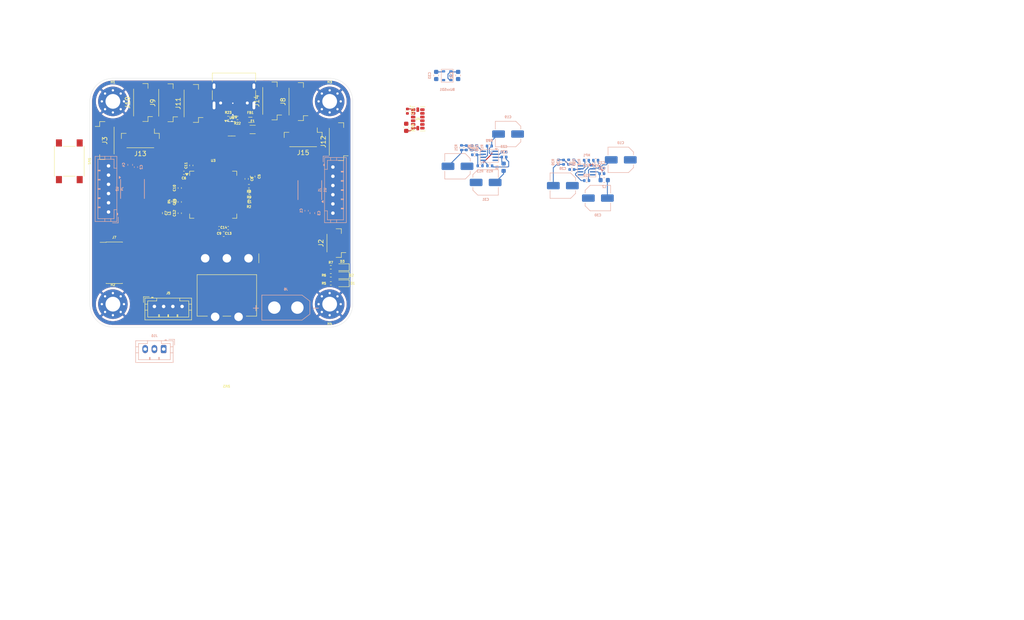
<source format=kicad_pcb>
(kicad_pcb (version 20241229) (generator "pcbnew") (generator_version "9.0")
  (layers (0 "F.Cu" signal) (4 "In1.Cu" signal) (6 "In2.Cu" signal) (2 "B.Cu" signal) (13 "F.Paste" user) (15 "B.Paste" user) (5 "F.SilkS" user "F.Silkscreen") (7 "B.SilkS" user "B.Silkscreen") (1 "F.Mask" user) (3 "B.Mask" user) (25 "Edge.Cuts" user))
  (net 0 "")
  (net 1 "+3.3V")
  (net 2 "GND")
  (net 3 "+5V")
  (net 4 "NRST")
  (net 5 "ADC1_IN2")
  (net 6 "VBUS")
  (net 7 "SDA TOF")
  (net 8 "SCL TOF")
  (net 9 "XSHUT_1")
  (net 10 "XSHUT_2")
  (net 11 "XSHUT_4")
  (net 12 "XSHUT_5")
  (net 13 "Encodeur_B_Phase_1")
  (net 14 "Moteur - 1")
  (net 15 "Moteur + 1")
  (net 16 "Encodeur_A_Phase_1")
  (net 17 "XSHUT_7")
  (net 18 "XSHUT_8")
  (net 19 "SWCLK")
  (net 20 "SWDIO")
  (net 21 "UART_Debug_RX")
  (net 22 "UART_Debug_TX")
  (net 23 "XSHUT_3")
  (net 24 "XSHUT_6")
  (net 25 "Lidar Output ")
  (net 26 "PWM_LED1")
  (net 27 "UART_mp3_RX")
  (net 28 "UART_mp3_TX")
  (net 29 "UART_HC05_RX")
  (net 30 "UART_HC05_TX")
  (net 31 "Encodeur_A_Phase_2")
  (net 32 "Moteur - 2")
  (net 33 "Moteur + 2")
  (net 34 "Encodeur_B_Phase_2")
  (net 36 "Accel SDA")
  (net 37 "Accel SCL")
  (net 38 "INT 1")
  (net 39 "PWM FWD 2")
  (net 40 "PWM FWD 1")
  (net 41 "PWM REV 1")
  (net 42 "PWM REV 2")
  (net 43 "INT 2")
  (net 44 "USB_DM")
  (net 45 "USB_DP")
  (net 46 "D-")
  (net 47 "D+")
  (net 49 "Net-(MP1-VCC)")
  (net 50 "Net-(MP2-VCC)")
  (net 51 "Net-(MP1-SW)")
  (net 52 "Net-(C26-Pad1)")
  (net 53 "Net-(MP2-SW)")
  (net 54 "Net-(C27-Pad1)")
  (net 55 "Net-(D1-A)")
  (net 56 "Net-(D2-A)")
  (net 57 "Net-(D3-A)")
  (net 58 "Net-(F1-Pad1)")
  (net 64 "Net-(MP1-BST)")
  (net 65 "Net-(MP1-FB)")
  (net 66 "Net-(MP2-BST)")
  (net 67 "Net-(MP2-FB)")
  (net 77 "+7.4V")
  (net 78 "Net-(C24-Pad1)")
  (net 79 "Net-(C25-Pad1)")
  (net 83 "Net-(J6-Pin_2)")
  (net 85 "Net-(J26-CC1)")
  (net 86 "Net-(J26-CC2)")
  (net 88 "Net-(MP1-EN{slash}SYNC)")
  (net 89 "PG_51")
  (net 90 "Net-(MP2-EN{slash}SYNC)")
  (net 91 "PG_52")
  (net 92 "INT_1")
  (net 93 "INT_4")
  (net 94 "INT_7")
  (net 95 "INT_2")
  (net 96 "INT_5")
  (net 97 "INT_8")
  (net 98 "INT_3")
  (net 99 "INT_6")
  (footprint "Connector_JST:JST_SH_BM06B-SRSS-TB_1x06-1MP_P1.00mm_Vertical" (layer "F.Cu") (at 125.25 58.825 180)
    (property "Reference" "J15")
    (property "Value" "Conn_01x06")
  )
  (footprint "Capacitor_SMD:C_0402_1005Metric" (layer "F.Cu") (at 98.5 75.27 90)
    (property "Reference" "C12")
    (property "Value" "100n")
  )
  (footprint "Capacitor_SMD:C_0402_1005Metric" (layer "F.Cu") (at 101 64.9 90)
    (property "Reference" "C11")
    (property "Value" "100n")
  )
  (footprint "Connector_JST:JST_SH_BM06B-SRSS-TB_1x06-1MP_P1.00mm_Vertical" (layer "F.Cu") (at 101.45 51.45 90)
    (property "Reference" "J11")
    (property "Value" "Conn_01x06")
  )
  (footprint "Resistor_SMD:R_0402_1005Metric" (layer "F.Cu") (at 109 54.6)
    (property "Reference" "R23")
    (property "Value" "5k1")
  )
  (footprint "Régu:SW_Wurth_WS-TOTV_472123020421" (layer "F.Cu") (at 113.40975 85.05 180)
    (property "Reference" "SW2")
    (property "Value" "472121010111" (hide yes))
  )
  (footprint "Capacitor_SMD:C_0603_1608Metric" (layer "F.Cu") (at 97 75.225 90)
    (property "Reference" "C7")
    (property "Value" "1u")
  )
  (footprint "Capacitor_SMD:C_0603_1608Metric" (layer "F.Cu") (at 147.6 56.625 -90)
    (property "Reference" "C16")
    (property "Value" "1u")
  )
  (footprint "MountingHole:MountingHole_3.2mm_M3_Pad_Via" (layer "F.Cu") (at 131 95)
    (property "Reference" "H4")
    (property "Value" "MountingHole_Pad")
  )
  (footprint "Connector_USB:USB_C_Receptacle_HRO_TYPE-C-31-M-12" (layer "F.Cu") (at 110.25 48.75 180)
    (property "Reference" "J26")
    (property "Value" "USB_C_Receptacle_USB2.0_16P")
  )
  (footprint "LED_SMD:LED_0603_1608Metric" (layer "F.Cu") (at 133.75 86.98 180)
    (property "Reference" "D3")
    (property "Value" "LED")
  )
  (footprint "Resistor_SMD:R_0402_1005Metric" (layer "F.Cu") (at 113.53 70.5 180)
    (property "Reference" "R9")
    (property "Value" "1k")
  )
  (footprint "Connector_JST:JST_SH_BM06B-SRSS-TB_1x06-1MP_P1.00mm_Vertical" (layer "F.Cu") (at 95.95 51.3 90)
    (property "Reference" "J9")
    (property "Value" "Conn_01x06")
  )
  (footprint "Connector_JST:JST_PH_B4B-PH-K_1x04_P2.00mm_Vertical" (layer "F.Cu") (at 93 95.5)
    (property "Reference" "J5")
    (property "Value" "Conn_01x04")
  )
  (footprint "Connector_JST:JST_SH_BM06B-SRSS-TB_1x06-1MP_P1.00mm_Vertical" (layer "F.Cu") (at 82.25 59.5 -90)
    (property "Reference" "J3")
    (property "Value" "Conn_01x06")
  )
  (footprint "MountingHole:MountingHole_3.2mm_M3_Pad_Via" (layer "F.Cu") (at 84 95)
    (property "Reference" "H2")
    (property "Value" "MountingHole_Pad")
  )
  (footprint "Capacitor_SMD:C_0402_1005Metric" (layer "F.Cu") (at 107.02 78.5 180)
    (property "Reference" "C9")
    (property "Value" "100n")
  )
  (footprint "LED_SMD:LED_0603_1608Metric" (layer "F.Cu") (at 133.75 90.48 180)
    (property "Reference" "D1")
    (property "Value" "LED")
  )
  (footprint "MountingHole:MountingHole_3.2mm_M3_Pad_Via" (layer "F.Cu") (at 131 51)
    (property "Reference" "H3")
    (property "Value" "MountingHole_Pad")
  )
  (footprint "Resistor_SMD:R_0402_1005Metric" (layer "F.Cu") (at 131.25 88.74)
    (property "Reference" "R6")
    (property "Value" "1k65")
  )
  (footprint "Resistor_SMD:R_0402_1005Metric" (layer "F.Cu") (at 113.5 69.4 180)
    (property "Reference" "R8")
    (property "Value" "1k")
  )
  (footprint "MountingHole:MountingHole_3.2mm_M3_Pad_Via" (layer "F.Cu") (at 84 51)
    (property "Reference" "H1")
    (property "Value" "MountingHole_Pad")
  )
  (footprint "Capacitor_SMD:C_0402_1005Metric" (layer "F.Cu") (at 113 67.82 -90)
    (property "Reference" "C8")
    (property "Value" "100n")
  )
  (footprint "Resistor_SMD:R_0402_1005Metric" (layer "F.Cu") (at 113.6 71.6 180)
    (property "Reference" "R1")
    (property "Value" "1k")
  )
  (footprint "Connector_JST:JST_SH_BM06B-SRSS-TB_1x06-1MP_P1.00mm_Vertical" (layer "F.Cu") (at 124.2 51.05 90)
    (property "Reference" "J8")
    (property "Value" "Conn_01x06")
  )
  (footprint "Connector_JST:JST_SH_BM06B-SRSS-TB_1x06-1MP_P1.00mm_Vertical" (layer "F.Cu") (at 132.925 59.75 90)
    (property "Reference" "J12")
    (property "Value" "Conn_01x06")
  )
  (footprint "Package_TO_SOT_SMD:SOT-23-6" (layer "F.Cu") (at 109.7625 56.95)
    (property "Reference" "U5")
    (property "Value" "USBLC6-2SC6")
  )
  (footprint "Inductor_SMD:L_0603_1608Metric" (layer "F.Cu") (at 95.25 75.25 90)
    (property "Reference" "L1")
    (property "Value" "39n")
  )
  (footprint "Connector_JST:JST_SH_BM06B-SRSS-TB_1x06-1MP_P1.00mm_Vertical" (layer "F.Cu") (at 89.95 59.05 180)
    (property "Reference" "J13")
    (property "Value" "Conn_01x06")
  )
  (footprint "Connector_PinHeader_1.27mm:PinHeader_2x07_P1.27mm_Vertical_SMD" (layer "F.Cu") (at 84.3 86.02)
    (property "Reference" "J7")
    (property "Value" "Conn_ST_STDC14")
  )
  (footprint "Package_QFP:LQFP-64_10x10mm_P0.5mm" (layer "F.Cu") (at 105.75 71.25)
    (property "Reference" "U3")
    (property "Value" "STM32G474RETx")
  )
  (footprint "Capacitor_SMD:C_0402_1005Metric" (layer "F.Cu") (at 98.5 72.82 90)
    (property "Reference" "C15")
    (property "Value" "100n")
  )
  (footprint "Inductor_SMD:L_0805_2012Metric" (layer "F.Cu") (at 113.8 55)
    (property "Reference" "FB1")
    (property "Value" "600 @ 100MHz")
  )
  (footprint "Resistor_SMD:R_0402_1005Metric" (layer "F.Cu") (at 97.4 72.72 90)
    (property "Reference" "R4")
    (property "Value" "10k")
  )
  (footprint "Régu:SW_SPST" (layer "F.Cu") (at 74.7 64 -90)
    (property "Reference" "SW1")
    (property "Value" "SW_SPST")
  )
  (footprint "Resistor_SMD:R_0402_1005Metric" (layer "F.Cu") (at 96.35 72.71 -90)
    (property "Reference" "R3")
    (property "Value" "18k")
  )
  (footprint "Connector_JST:JST_SH_BM06B-SRSS-TB_1x06-1MP_P1.00mm_Vertical" (layer "F.Cu") (at 118.5 50.9 90)
    (property "Reference" "J14")
    (property "Value" "Conn_01x06")
  )
  (footprint "Resistor_SMD:R_0402_1005Metric" (layer "F.Cu") (at 113.5 72.7 180)
    (property "Reference" "R2")
    (property "Value" "1k")
  )
  (footprint "Fuse:Fuse_1206_3216Metric" (layer "F.Cu") (at 114.3 57.1)
    (property "Reference" "F1")
    (property "Value" "250mA")
  )
  (footprint "Resistor_SMD:R_0402_1005Metric" (layer "F.Cu") (at 131.25 90.48)
    (property "Reference" "R5")
    (property "Value" "2k9")
  )
  (footprint "Capacitor_SMD:C_0603_1608Metric" (layer "F.Cu") (at 114.3 67.3 -90)
    (property "Reference" "C5")
    (property "Value" "4u7")
  )
  (footprint "Capacitor_SMD:C_0402_1005Metric" (layer "F.Cu") (at 98.5 69.8 90)
    (property "Reference" "C10")
    (property "Value" "100n")
  )
  (footprint "Capacitor_SMD:C_0402_1005Metric" (layer "F.Cu") (at 147.85 53.13 -90)
    (property "Reference" "C17")
    (property "Value" "0.1u")
  )
  (footprint "Resistor_SMD:R_0402_1005Metric" (layer "F.Cu") (at 131.25 87)
    (property "Reference" "R7")
    (property "Value" "800")
  )
  (footprint "Capacitor_SMD:C_0603_1608Metric" (layer "F.Cu") (at 108.025 79.8)
    (property "Reference" "C14")
    (property "Value" "1u")
  )
  (footprint "Capacitor_SMD:C_0402_1005Metric" (layer "F.Cu") (at 99.4 66.5 180)
    (property "Reference" "C6")
    (property "Value" "100n")
  )
  (footprint "LED_SMD:LED_0603_1608Metric" (layer "F.Cu") (at 133.75 88.73 180)
    (property "Reference" "D2")
    (property "Value" "LED")
  )
  (footprint "Resistor_SMD:R_0402_1005Metric" (layer "F.Cu") (at 111 54.6 180)
    (property "Reference" "R22")
    (property "Value" "5k1")
  )
  (footprint "Connector_JST:JST_SH_BM06B-SRSS-TB_1x06-1MP_P1.00mm_Vertical" (layer "F.Cu") (at 90.5 51.25 90)
    (property "Reference" "J10")
    (property "Value" "Conn_01x06")
  )
  (footprint "Package_LGA:LGA-14_3x5mm_P0.8mm_LayoutBorder1x6y" (layer "F.Cu") (at 150.1 54.8)
    (property "Reference" "U4")
    (property "Value" "ADXL343")
  )
  (footprint "Connector_JST:JST_SH_BM04B-SRSS-TB_1x04-1MP_P1.00mm_Vertical" (layer "F.Cu") (at 132.425 81.75 90)
    (property "Reference" "J2")
    (property "Value" "Conn_01x04")
  )
  (footprint "Capacitor_SMD:C_0402_1005Metric" (layer "F.Cu") (at 109 78.5 180)
    (property "Reference" "C13")
    (property "Value" "10n")
  )
  (footprint "Capacitor_SMD:C_0402_1005Metric" (layer "B.Cu") (at 160.635 61.065 -90)
    (property "Reference" "C27")
    (property "Value" "15p")
  )
  (footprint "Capacitor_SMD:C_0402_1005Metric" (layer "B.Cu") (at 190.015 66.685 180)
    (property "Reference" "C24")
    (property "Value" "0.1u")
  )
  (footprint "Connector_AMASS:AMASS_XT30U-M_1x02_P5.0mm_Vertical" (layer "B.Cu") (at 124 95.75 180)
    (property "Reference" "J6")
    (property "Value" "Conn_01x02")
  )
  (footprint "Capacitor_SMD:C_0402_1005Metric" (layer "B.Cu") (at 89 65.27 90)
    (property "Reference" "C2")
    (property "Value" "100n")
  )
  (footprint "Resistor_SMD:R_0402_1005Metric" (layer "B.Cu") (at 180.615 64.195 -90)
    (property "Reference" "R20")
    (property "Value" "40.2k")
  )
  (footprint "Resistor_SMD:R_0402_1005Metric" (layer "B.Cu") (at 162.865 61.075 90)
    (property "Reference" "R17")
    (property "Value" "16k")
  )
  (footprint "Resistor_SMD:R_0402_1005Metric" (layer "B.Cu") (at 163.615 64.985)
    (property "Reference" "R13")
    (property "Value" "100k")
  )
  (footprint "Capacitor_SMD:C_0603_1608Metric" (layer "B.Cu") (at 154.1 45.375 -90)
    (property "Reference" "C33")
    (property "Value" "1u")
  )
  (footprint "Capacitor_SMD:C_0402_1005Metric" (layer "B.Cu") (at 168.795 61.985 180)
    (property "Reference" "C23")
    (property "Value" "0.1u")
  )
  (footprint "Capacitor_SMD:C_0603_1608Metric" (layer "B.Cu") (at 158.85 45.375 -90)
    (property "Reference" "C32")
    (property "Value" "1u")
  )
  (footprint "Capacitor_SMD:C_Elec_5x5.4" (layer "B.Cu") (at 164.815 68.585)
    (property "Reference" "C31")
    (property "Value" "22u")
  )
  (footprint "Capacitor_SMD:C_0402_1005Metric" (layer "B.Cu") (at 189.995 65.485 180)
    (property "Reference" "C22")
    (property "Value" "0.1u")
  )
  (footprint "Inductor_SMD:L_0603_1608Metric" (layer "B.Cu") (at 168.715 65.285 -90)
    (property "Reference" "L3")
    (property "Value" "4.7u")
  )
  (footprint "Connector_JST:JST_PH_B6B-PH-K_1x06_P2.00mm_Vertical" (layer "B.Cu") (at 83.05 75 90)
    (property "Reference" "J4")
    (property "Value" "Conn_01x06")
  )
  (footprint "Package_SO:Diodes_SO-8EP" (layer "B.Cu") (at 126.7 70.25 90)
    (property "Reference" "U1")
    (property "Value" "ZXBM5210-SP")
  )
  (footprint "Capacitor_SMD:C_Elec_5x5.4" (layer "B.Cu") (at 181.5525 69.285 180)
    (property "Reference" "C28")
    (property "Value" "22u")
  )
  (footprint "Régu:TSOT23-8" (layer "B.Cu") (at 165.615 62.835 180)
    (property "Reference" "MP2")
    (property "Value" "~")
  )
  (footprint "Capacitor_SMD:C_0402_1005Metric" (layer "B.Cu") (at 126 74.73 -90)
    (property "Reference" "C1")
    (property "Value" "100n")
  )
  (footprint "Resistor_SMD:R_0402_1005Metric" (layer "B.Cu") (at 186.6775 63.785)
    (property "Reference" "R12")
    (property "Value" "100k")
  )
  (footprint "Capacitor_SMD:C_0603_1608Metric" (layer "B.Cu") (at 127.25 75.25 90)
    (property "Reference" "C3")
    (property "Value" "4.7u")
  )
  (footprint "Capacitor_SMD:C_Elec_5x5.4" (layer "B.Cu") (at 169.6775 58.085 180)
    (property "Reference" "C19")
    (property "Value" "22u")
  )
  (footprint "Resistor_SMD:R_0402_1005Metric" (layer "B.Cu") (at 186.715 68.185 180)
    (property "Reference" "R10")
    (property "Value" "100k")
  )
  (footprint "Connector_JST:JST_PH_B6B-PH-K_1x06_P2.00mm_Vertical" (layer "B.Cu") (at 131.7 65.25 -90)
    (property "Reference" "J1")
    (property "Value" "Conn_01x06")
  )
  (footprint "Capacitor_SMD:C_0402_1005Metric" (layer "B.Cu") (at 183.515 65.785 180)
    (property "Reference" "C20")
    (property "Value" "0.1u")
  )
  (footprint "Resistor_SMD:R_0402_1005Metric" (layer "B.Cu") (at 165.625 60.685 180)
    (property "Reference" "R11")
    (property "Value" "100k")
  )
  (footprint "Inductor_SMD:L_0603_1608Metric" (layer "B.Cu") (at 190.5275 68.085)
    (property "Reference" "L2")
    (property "Value" "4.7u")
  )
  (footprint "Régu:SSOP5_BUxxSD5" (layer "B.Cu") (at 156.4925 45.43 180)
    (property "Reference" "BUxxSD1")
    (property "Value" "~")
  )
  (footprint "Capacitor_SMD:C_Elec_5x5.4" (layer "B.Cu") (at 158.715 65.085 180)
    (property "Reference" "C29")
    (property "Value" "22u")
  )
  (footprint "Capacitor_SMD:C_0402_1005Metric" (layer "B.Cu") (at 162.415 62.585 180)
    (property "Reference" "C21")
    (property "Value" "0.1u")
  )
  (footprint "Resistor_SMD:R_0402_1005Metric" (layer "B.Cu") (at 165.715 64.985)
    (property "Reference" "R15")
    (property "Value" "20")
  )
  (footprint "Resistor_SMD:R_0402_1005Metric" (layer "B.Cu") (at 188.6775 63.785)
    (property "Reference" "R14")
    (property "Value" "20")
  )
  (footprint "Capacitor_SMD:C_Elec_5x5.4" (layer "B.Cu") (at 194.115 63.685 180)
    (property "Reference" "C18")
    (property "Value" "22u")
  )
  (footprint "Resistor_SMD:R_0402_1005Metric" (layer "B.Cu") (at 159.585 61.055 -90)
    (property "Reference" "R21")
    (property "Value" "40.2k")
  )
  (footprint "Capacitor_SMD:C_0603_1608Metric" (layer "B.Cu") (at 87.75 64.775 -90)
    (property "Reference" "C4")
    (property "Value" "4.7u")
  )
  (footprint "Capacitor_SMD:C_Elec_5x5.4" (layer "B.Cu") (at 189.1525 71.985)
    (property "Reference" "C30")
    (property "Value" "22u")
  )
  (footprint "Resistor_SMD:R_0402_1005Metric" (layer "B.Cu") (at 183.9275 64.185 90)
    (property "Reference" "R16")
    (property "Value" "16k")
  )
  (footprint "Package_SO:Diodes_SO-8EP" (layer "B.Cu") (at 88.25 70 -90)
    (property "Reference" "U2")
    (property "Value" "ZXBM5210-SP")
  )
  (footprint "Régu:TSOT23-8" (layer "B.Cu") (at 186.7275 65.985 180)
    (property "Reference" "MP1")
    (property "Value" "~")
  )
  (footprint "Resistor_SMD:R_0402_1005Metric" (layer "B.Cu") (at 182.815 64.185 90)
    (property "Reference" "R18")
    (property "Value" "7.68k")
  )
  (footprint "Connector_JST:JST_PH_B3B-PH-K_1x03_P2.00mm_Vertical" (layer "B.Cu") (at 95 104.75 180)
    (property "Reference" "J16")
    (property "Value" "Conn_01x03")
  )
  (footprint "Resistor_SMD:R_0402_1005Metric" (layer "B.Cu") (at 161.815 61.075 90)
    (property "Reference" "R19")
    (property "Value" "7.68k")
  )
  (footprint "Capacitor_SMD:C_0402_1005Metric" (layer "B.Cu") (at 181.715 64.195 -90)
    (property "Reference" "C26")
    (property "Value" "15p")
  )
  (footprint "Capacitor_SMD:C_0402_1005Metric" (layer "B.Cu") (at 168.795 63.085 180)
    (property "Reference" "C25")
    (property "Value" "0.1u")
  )
  (gr_line (start 79 51) (end 79 95) (stroke (width 0.05)) (layer "Edge.Cuts"))
  (gr_line (start 84 46) (end 131 46) (stroke (width 0.05)) (layer "Edge.Cuts"))
  (gr_line (start 131 100) (end 84 100) (stroke (width 0.05)) (layer "Edge.Cuts"))
  (gr_line (start 136 51) (end 136 95) (stroke (width 0.05)) (layer "Edge.Cuts"))
  (gr_arc (start 136 95) (mid 134.535534 98.535534) (end 131 100) (stroke (width 0.05)) (layer "Edge.Cuts"))
  (gr_arc (start 131 46) (mid 134.535534 47.464466) (end 136 51) (stroke (width 0.05)) (layer "Edge.Cuts"))
  (gr_arc (start 84 100) (mid 80.464466 98.535534) (end 79 95) (stroke (width 0.05)) (layer "Edge.Cuts"))
  (gr_arc (start 79 51) (mid 80.464466 47.464466) (end 84 46) (stroke (width 0.05)) (layer "Edge.Cuts"))
  (segment (start 107.5 78.5) (end 108.8 79.8) (width 0.2) (layer "F.Cu") (net 1))
  (segment (start 109.5 78.48) (end 109.48 78.5) (width 0.2) (layer "F.Cu") (net 1))
  (segment (start 148.95 52.65) (end 149.1 52.8) (width 0.2) (layer "F.Cu") (net 1))
  (segment (start 112.84 67.5) (end 113 67.34) (width 0.2) (layer "F.Cu") (net 1))
  (segment (start 99.88 67.305) (end 100.075 67.5) (width 0.2) (layer "F.Cu") (net 1))
  (segment (start 147.85 52.65) (end 148.95 52.65) (width 0.2) (layer "F.Cu") (net 1))
  (segment (start 149.1 56.8) (end 150.1 56.8) (width 0.2) (layer "F.Cu") (net 1))
  (segment (start 108 76.925) (end 107.5 76.925) (width 0.2) (layer "F.Cu") (net 1))
  (segment (start 99.88 66.5) (end 101 65.38) (width 0.2) (layer "F.Cu") (net 1))
  (segment (start 109.48 78.5) (end 109.48 79.12) (width 0.2) (layer "F.Cu") (net 1))
  (segment (start 148.5 57.4) (end 149.1 56.8) (width 0.2) (layer "F.Cu") (net 1))
  (segment (start 95.25 76.0375) (end 95.25 74.4625) (width 0.2) (layer "F.Cu") (net 1))
  (segment (start 147.6 57.4) (end 148.5 57.4) (width 0.2) (layer "F.Cu") (net 1))
  (segment (start 101.805 65.38) (end 102 65.575) (width 0.2) (layer "F.Cu") (net 1))
  (segment (start 98.5 75.75) (end 97.25 75.75) (width 0.2) (layer "F.Cu") (net 1))
  (segment (start 99.88 66.5) (end 99.88 67.305) (width 0.2) (layer "F.Cu") (net 1))
  (segment (start 101 65.38) (end 101.805 65.38) (width 0.2) (layer "F.Cu") (net 1))
  (segment (start 109.5 76.925) (end 109.5 78.48) (width 0.2) (layer "F.Cu") (net 1))
  (segment (start 95.2875 76) (end 95.25 76.0375) (width 0.2) (layer "F.Cu") (net 1))
  (segment (start 109.48 79.12) (end 108.8 79.8) (width 0.2) (layer "F.Cu") (net 1))
  (segment (start 97.25 75.75) (end 97 76) (width 0.2) (layer "F.Cu") (net 1))
  (segment (start 113.485 67.34) (end 114.3 66.525) (width 0.2) (layer "F.Cu") (net 1))
  (segment (start 111.425 67.5) (end 112.84 67.5) (width 0.2) (layer "F.Cu") (net 1))
  (segment (start 113 67.34) (end 113.485 67.34) (width 0.2) (layer "F.Cu") (net 1))
  (segment (start 97 76) (end 95.2875 76) (width 0.2) (layer "F.Cu") (net 1))
  (segment (start 100.075 75) (end 99.25 75) (width 0.2) (layer "F.Cu") (net 1))
  (segment (start 99.25 75) (end 98.5 75.75) (width 0.2) (layer "F.Cu") (net 1))
  (segment (start 107.5 76.925) (end 107.5 78.5) (width 0.2) (layer "F.Cu") (net 1))
  (segment (start 155.5725 44.6) (end 155.6925 44.48) (width 0.2) (layer "B.Cu") (net 1))
  (segment (start 154.1 44.6) (end 155.5725 44.6) (width 0.2) (layer "B.Cu") (net 1))
  (segment (start 106.54 79.09) (end 107.25 79.8) (width 0.2) (layer "F.Cu") (net 2))
  (segment (start 98.37 72.21) (end 98.5 72.34) (width 0.2) (layer "F.Cu") (net 2))
  (segment (start 98.5 74.79) (end 97.34 74.79) (width 0.2) (layer "F.Cu") (net 2))
  (segment (start 97.4 72.21) (end 98.37 72.21) (width 0.2) (layer "F.Cu") (net 2))
  (segment (start 106.54 78.5) (end 106.54 79.09) (width 0.2) (layer "F.Cu") (net 2))
  (segment (start 107 76.925) (end 107 78.04) (width 0.2) (layer "F.Cu") (net 2))
  (segment (start 108.52 78.5) (end 109 78.02) (width 0.2) (layer "F.Cu") (net 2))
  (segment (start 107 78.04) (end 106.54 78.5) (width 0.2) (layer "F.Cu") (net 2))
  (segment (start 110.49 54.6) (end 109.51 54.6) (width 0.2) (layer "F.Cu") (net 2))
  (segment (start 109 78.02) (end 109 76.925) (width 0.2) (layer "F.Cu") (net 2))
  (segment (start 100.075 74.5) (end 98.79 74.5) (width 0.2) (layer "F.Cu") (net 2))
  (segment (start 98.79 74.5) (end 98.5 74.79) (width 0.2) (layer "F.Cu") (net 2))
  (segment (start 97.34 74.79) (end 97 74.45) (width 0.2) (layer "F.Cu") (net 2))
  (segment (start 159.585 61.565) (end 159.585 62.1525) (width 0.2) (layer "B.Cu") (net 3))
  (segment (start 168.715 66.0725) (end 168.715 66.7475) (width 0.2) (layer "B.Cu") (net 3))
  (segment (start 191.215 71.985) (end 191.215 68.185) (width 0.2) (layer "B.Cu") (net 3))
  (segment (start 160.635 61.545) (end 159.605 61.545) (width 0.2) (layer "B.Cu") (net 3))
  (segment (start 156.6415 45.109664) (end 156.6415 45.98016) (width 0.2) (layer "B.Cu") (net 3))
  (segment (start 180.645 64.675) (end 180.615 64.705) (width 0.2) (layer "B.Cu") (net 3))
  (segment (start 156.6415 45.98016) (end 157.04134 46.38) (width 0.2) (layer "B.Cu") (net 3))
  (segment (start 157.04134 46.38) (end 157.2925 46.38) (width 0.2) (layer "B.Cu") (net 3))
  (segment (start 159.605 61.545) (end 159.585 61.565) (width 0.2) (layer "B.Cu") (net 3))
  (segment (start 168.715 66.7475) (end 166.8775 68.585) (width 0.2) (layer "B.Cu") (net 3))
  (segment (start 191.215 68.185) (end 191.315 68.085) (width 0.2) (layer "B.Cu") (net 3))
  (segment (start 157.271164 44.48) (end 156.6415 45.109664) (width 0.2) (layer "B.Cu") (net 3))
  (segment (start 157.2925 44.48) (end 157.271164 44.48) (width 0.2) (layer "B.Cu") (net 3))
  (segment (start 180.615 64.705) (end 180.195 64.705) (width 0.2) (layer "B.Cu") (net 3))
  (segment (start 179.49 65.41) (end 179.49 69.285) (width 0.2) (layer "B.Cu") (net 3))
  (segment (start 157.4125 44.6) (end 157.2925 44.48) (width 0.2) (layer "B.Cu") (net 3))
  (segment (start 180.195 64.705) (end 179.49 65.41) (width 0.2) (layer "B.Cu") (net 3))
  (segment (start 181.715 64.675) (end 180.645 64.675) (width 0.2) (layer "B.Cu") (net 3))
  (segment (start 159.585 62.1525) (end 156.6525 65.085) (width 0.2) (layer "B.Cu") (net 3))
  (segment (start 158.85 44.6) (end 157.4125 44.6) (width 0.2) (layer "B.Cu") (net 3))
  (segment (start 98.5 70.28) (end 98.72 70.5) (width 0.2) (layer "F.Cu") (net 4))
  (segment (start 98.72 70.5) (end 100.075 70.5) (width 0.2) (layer "F.Cu") (net 4))
  (segment (start 96.35 73.22) (end 97.39 73.22) (width 0.2) (layer "F.Cu") (net 5))
  (segment (start 98.5 73.3) (end 98.7 73.5) (width 0.2) (layer "F.Cu") (net 5))
  (segment (start 98.7 73.5) (end 100.075 73.5) (width 0.2) (layer "F.Cu") (net 5))
  (segment (start 98.43 73.23) (end 98.5 73.3) (width 0.2) (layer "F.Cu") (net 5))
  (segment (start 97.39 73.22) (end 97.4 73.23) (width 0.2) (layer "F.Cu") (net 5))
  (segment (start 97.4 73.23) (end 98.43 73.23) (width 0.2) (layer "F.Cu") (net 5))
  (segment (start 112.7375 52.8325) (end 112.7 52.795) (width 0.2) (layer "F.Cu") (net 6))
  (segment (start 111.974 56.326) (end 111.35 56.95) (width 0.2) (layer "F.Cu") (net 6))
  (segment (start 109.218 50.6) (end 111.2 50.6) (width 0.2) (layer "F.Cu") (net 6))
  (segment (start 111.2 50.6) (end 112.7 52.1) (width 0.2) (layer "F.Cu") (net 6))
  (segment (start 112.7375 55) (end 111.974 55.7635) (width 0.2) (layer "F.Cu") (net 6))
  (segment (start 107.8 52.795) (end 107.8 52.018) (width 0.2) (layer "F.Cu") (net 6))
  (segment (start 111.974 55.7635) (end 111.974 56.326) (width 0.2) (layer "F.Cu") (net 6))
  (segment (start 111.35 56.95) (end 110.9 56.95) (width 0.2) (layer "F.Cu") (net 6))
  (segment (start 112.7 52.1) (end 112.7 52.795) (width 0.2) (layer "F.Cu") (net 6))
  (segment (start 112.7375 55) (end 112.7375 52.8325) (width 0.2) (layer "F.Cu") (net 6))
  (segment (start 107.8 52.018) (end 109.218 50.6) (width 0.2) (layer "F.Cu") (net 6))
  (segment (start 112.39 70) (end 111.425 70) (width 0.2) (layer "F.Cu") (net 7))
  (segment (start 112.99 69.4) (end 112.39 70) (width 0.2) (layer "F.Cu") (net 7))
  (segment (start 113.02 70.5) (end 111.425 70.5) (width 0.2) (layer "F.Cu") (net 8))
  (segment (start 111.425 71) (end 112.49 71) (width 0.2) (layer "F.Cu") (net 36))
  (segment (start 112.49 71) (end 113.09 71.6) (width 0.2) (layer "F.Cu") (net 36))
  (segment (start 111.425 71.5) (end 112.233824 71.5) (width 0.2) (layer "F.Cu") (net 37))
  (segment (start 112.233824 71.5) (end 112.519 71.785176) (width 0.2) (layer "F.Cu") (net 37))
  (segment (start 112.519 71.785176) (end 112.519 72.229) (width 0.2) (layer "F.Cu") (net 37))
  (segment (start 112.519 72.229) (end 112.99 72.7) (width 0.2) (layer "F.Cu") (net 37))
  (segment (start 110 53.9) (end 110 52.795) (width 0.2) (layer "F.Cu") (net 46))
  (segment (start 110 53.9) (end 110.872 53.9) (width 0.2) (layer "F.Cu") (net 46))
  (segment (start 111 53.772) (end 111 52.795) (width 0.2) (layer "F.Cu") (net 46))
  (segment (start 108.625 55.558677) (end 108.926877 55.2568) (width 0.2) (layer "F.Cu") (net 46))
  (segment (start 108.625 56) (end 108.625 55.558677) (width 0.2) (layer "F.Cu") (net 46))
  (segment (start 110.872 53.9) (end 111 53.772) (width 0.2) (layer "F.Cu") (net 46))
  (via (at 110 53.9) (size 0.45) (drill 0.3) (layers "F.Cu" "B.Cu") (net 46))
  (via (at 108.926877 55.2568) (size 0.45) (drill 0.3) (layers "F.Cu" "B.Cu") (net 46))
  (segment (start 108.926877 55.2568) (end 108.926877 54.973123) (width 0.2) (layer "B.Cu") (net 46))
  (segment (start 108.926877 54.973123) (end 110 53.9) (width 0.2) (layer "B.Cu") (net 46))
  (segment (start 110 51.4) (end 109.5 51.9) (width 0.2) (layer "F.Cu") (net 47))
  (segment (start 109.5 51.9) (end 109.5 52.795) (width 0.2) (layer "F.Cu") (net 47))
  (segment (start 109.287499 57.9) (end 109.805684 57.381815) (width 0.2) (layer "F.Cu") (net 47))
  (segment (start 109.805684 57.381815) (end 109.805684 55.323214) (width 0.2) (layer "F.Cu") (net 47))
  (segment (start 110.5 51.825) (end 110.5 52.795) (width 0.2) (layer "F.Cu") (net 47))
  (segment (start 110 51.4) (end 110.075 51.4) (width 0.2) (layer "F.Cu") (net 47))
  (segment (start 108.625 57.9) (end 109.287499 57.9) (width 0.2) (layer "F.Cu") (net 47))
  (segment (start 110.075 51.4) (end 110.5 51.825) (width 0.2) (layer "F.Cu") (net 47))
  (via (at 109.805684 55.323214) (size 0.45) (drill 0.3) (layers "F.Cu" "B.Cu") (net 47))
  (via (at 110 51.4) (size 0.45) (drill 0.3) (layers "F.Cu" "B.Cu") (net 47))
  (segment (start 110.6 54.528898) (end 109.805684 55.323214) (width 0.2) (layer "B.Cu") (net 47))
  (segment (start 110.6 51.925) (end 110.6 54.528898) (width 0.2) (layer "B.Cu") (net 47))
  (segment (start 110 51.4) (end 110.075 51.4) (width 0.2) (layer "B.Cu") (net 47))
  (segment (start 110.075 51.4) (end 110.6 51.925) (width 0.2) (layer "B.Cu") (net 47))
  (segment (start 183.995 65.785) (end 185.2775 65.785) (width 0.2) (layer "B.Cu") (net 49))
  (segment (start 185.4275 65.635) (end 185.928066 65.635) (width 0.2) (layer "B.Cu") (net 49))
  (segment (start 185.2775 65.785) (end 185.4275 65.635) (width 0.2) (layer "B.Cu") (net 49))
  (segment (start 186.3285 63.946) (end 186.1675 63.785) (width 0.2) (layer "B.Cu") (net 49))
  (segment (start 186.3285 65.234566) (end 186.3285 63.946) (width 0.2) (layer "B.Cu") (net 49))
  (segment (start 185.928066 65.635) (end 186.3285 65.234566) (width 0.2) (layer "B.Cu") (net 49))
  (segment (start 163.105 62.795) (end 162.895 62.585) (width 0.2) (layer "B.Cu") (net 50))
  (segment (start 163.105 64.985) (end 163.105 62.795) (width 0.2) (layer "B.Cu") (net 50))
  (segment (start 164.215 62.585) (end 164.315 62.485) (width 0.2) (layer "B.Cu") (net 50))
  (segment (start 162.895 62.585) (end 164.215 62.585) (width 0.2) (layer "B.Cu") (net 50))
  (segment (start 189.135 66.285) (end 189.535 66.685) (width 0.2) (layer "B.Cu") (net 51))
  (segment (start 189.535 67.88) (end 189.74 68.085) (width 0.2) (layer "B.Cu") (net 51))
  (segment (start 189.535 66.685) (end 189.535 67.88) (width 0.2) (layer "B.Cu") (net 51))
  (segment (start 188.0275 66.285) (end 189.135 66.285) (width 0.2) (layer "B.Cu") (net 51))
  (segment (start 181.685 63.685) (end 181.715 63.715) (width 0.2) (layer "B.Cu") (net 52))
  (segment (start 181.835 63.715) (end 182.815 64.695) (width 0.2) (layer "B.Cu") (net 52))
  (segment (start 182.815 64.695) (end 183.9275 64.695) (width 0.2) (layer "B.Cu") (net 52))
  (segment (start 180.615 63.685) (end 181.685 63.685) (width 0.2) (layer "B.Cu") (net 52))
  (segment (start 181.715 63.715) (end 181.835 63.715) (width 0.2) (layer "B.Cu") (net 52))
  (segment (start 166.915 63.135) (end 168.265 63.135) (width 0.2) (layer "B.Cu") (net 53))
  (segment (start 168.315 64.0975) (end 168.715 64.4975) (width 0.2) (layer "B.Cu") (net 53))
  (segment (start 168.315 63.085) (end 168.315 64.0975) (width 0.2) (layer "B.Cu") (net 53))
  (segment (start 168.265 63.135) (end 168.315 63.085) (width 0.2) (layer "B.Cu") (net 53))
  (segment (start 160.635 60.585) (end 159.625 60.585) (width 0.2) (layer "B.Cu") (net 54))
  (segment (start 161.815 61.585) (end 161.635 61.585) (width 0.2) (layer "B.Cu") (net 54))
  (segment (start 162.865 61.585) (end 161.815 61.585) (width 0.2) (layer "B.Cu") (net 54))
  (segment (start 159.625 60.585) (end 159.585 60.545) (width 0.2) (layer "B.Cu") (net 54))
  (segment (start 161.635 61.585) (end 160.635 60.585) (width 0.2) (layer "B.Cu") (net 54))
  (segment (start 112.9 56.9625) (end 114.8625 55) (width 0.2) (layer "F.Cu") (net 58))
  (segment (start 112.9 57.1) (end 112.9 56.9625) (width 0.2) (layer "F.Cu") (net 58))
  (segment (start 187.012306 64.78441) (end 187.94059 64.78441) (width 0.2) (layer "F.Cu") (net 64))
  (segment (start 187.94059 64.78441) (end 188.315 64.41) (width 0.2) (layer "F.Cu") (net 64))
  (via (at 188.315 64.41) (size 0.45) (drill 0.3) (layers "F.Cu" "B.Cu") (net 64))
  (via (at 187.012306 64.78441) (size 0.45) (drill 0.3) (layers "F.Cu" "B.Cu") (net 64))
  (segment (start 188.315 63.9325) (end 188.1675 63.785) (width 0.2) (layer "B.Cu") (net 64))
  (segment (start 185.4275 66.935) (end 185.928066 66.935) (width 0.2) (layer "B.Cu") (net 64))
  (segment (start 186.3285 66.035434) (end 187.012306 65.351628) (width 0.2) (layer "B.Cu") (net 64))
  (segment (start 187.012306 65.351628) (end 187.012306 64.78441) (width 0.2) (layer "B.Cu") (net 64))
  (segment (start 186.3285 66.534566) (end 186.3285 66.035434) (width 0.2) (layer "B.Cu") (net 64))
  (segment (start 188.315 64.41) (end 188.315 63.9325) (width 0.2) (layer "B.Cu") (net 64))
  (segment (start 185.928066 66.935) (end 186.3285 66.534566) (width 0.2) (layer "B.Cu") (net 64))
  (segment (start 183.9275 63.675) (end 184.1175 63.675) (width 0.2) (layer "B.Cu") (net 65))
  (segment (start 184.1175 63.675) (end 185.4275 64.985) (width 0.2) (layer "B.Cu") (net 65))
  (segment (start 165.205 64.985) (end 165.205 64.675) (width 0.2) (layer "B.Cu") (net 66))
  (segment (start 165.205 64.675) (end 164.315 63.785) (width 0.2) (layer "B.Cu") (net 66))
  (segment (start 164.135 61.835) (end 162.865 60.565) (width 0.2) (layer "B.Cu") (net 67))
  (segment (start 164.315 61.835) (end 164.135 61.835) (width 0.2) (layer "B.Cu") (net 67))
  (segment (start 188.1775 65.485) (end 188.0275 65.635) (width 0.2) (layer "B.Cu") (net 77))
  (segment (start 126 74.25) (end 126 72.8125) (width 0.2) (layer "B.Cu") (net 77))
  (segment (start 165.617 62.208749) (end 165.893251 62.485) (width 0.2) (layer "B.Cu") (net 77))
  (segment (start 166.135 60.685) (end 166.135 59.565) (width 0.2) (layer "B.Cu") (net 77))
  (segment (start 189.515 65.485) (end 190.215 64.785) (width 0.2) (layer "B.Cu") (net 77))
  (segment (start 87.75 67.3675) (end 87.615 67.5025) (width 0.2) (layer "B.Cu") (net 77))
  (segment (start 187.427501 65.635) (end 187.1265 65.936001) (width 0.2) (layer "B.Cu") (net 77))
  (segment (start 188.0275 65.635) (end 187.427501 65.635) (width 0.2) (layer "B.Cu") (net 77))
  (segment (start 165.893251 62.485) (end 166.915 62.485) (width 0.2) (layer "B.Cu") (net 77))
  (segment (start 187.1265 65.936001) (end 187.1265 68.0865) (width 0.2) (layer "B.Cu") (net 77))
  (segment (start 89 67.3875) (end 88.885 67.5025) (width 0.2) (layer "B.Cu") (net 77))
  (segment (start 166.915 62.485) (end 167.815 62.485) (width 0.2) (layer "B.Cu") (net 77))
  (segment (start 167.815 62.485) (end 168.315 61.985) (width 0.2) (layer "B.Cu") (net 77))
  (segment (start 190.215 64.785) (end 190.9525 64.785) (width 0.2) (layer "B.Cu") (net 77))
  (segment (start 166.135 60.685) (end 165.617 61.203) (width 0.2) (layer "B.Cu") (net 77))
  (segment (start 89 65.75) (end 89 67.3875) (width 0.2) (layer "B.Cu") (net 77))
  (segment (start 126 72.8125) (end 126.065 72.7475) (width 0.2) (layer "B.Cu") (net 77))
  (segment (start 187.1265 68.0865) (end 187.225 68.185) (width 0.2) (layer "B.Cu") (net 77))
  (segment (start 166.135 59.565) (end 167.615 58.085) (width 0.2) (layer "B.Cu") (net 77))
  (segment (start 165.617 61.203) (end 165.617 62.208749) (width 0.2) (layer "B.Cu") (net 77))
  (segment (start 127.25 72.8325) (end 127.335 72.7475) (width 0.2) (layer "B.Cu") (net 77))
  (segment (start 190.9525 64.785) (end 192.0525 63.685) (width 0.2) (layer "B.Cu") (net 77))
  (segment (start 87.75 65.55) (end 87.75 67.3675) (width 0.2) (layer "B.Cu") (net 77))
  (segment (start 127.25 74.475) (end 127.25 72.8325) (width 0.2) (layer "B.Cu") (net 77))
  (segment (start 189.515 65.485) (end 188.1775 65.485) (width 0.2) (layer "B.Cu") (net 77))
  (segment (start 189.561268 65.46906) (end 189.561268 64.696268) (width 0.2) (layer "F.Cu") (net 78))
  (segment (start 190.312111 66.219903) (end 189.561268 65.46906) (width 0.2) (layer "F.Cu") (net 78))
  (via (at 190.312111 66.219903) (size 0.45) (drill 0.3) (layers "F.Cu" "B.Cu") (net 78))
  (via (at 189.561268 64.696268) (size 0.45) (drill 0.3) (layers "F.Cu" "B.Cu") (net 78))
  (segment (start 189.1875 63.785) (end 189.1875 64.3225) (width 0.2) (layer "B.Cu") (net 78))
  (segment (start 190.312111 66.219903) (end 190.312111 66.502111) (width 0.2) (layer "B.Cu") (net 78))
  (segment (start 189.1875 64.3225) (end 189.561268 64.696268) (width 0.2) (layer "B.Cu") (net 78))
  (segment (start 190.312111 66.502111) (end 190.495 66.685) (width 0.2) (layer "B.Cu") (net 78))
  (segment (start 169.815 64.085) (end 169.275 63.545) (width 0.2) (layer "B.Cu") (net 79))
  (segment (start 169.275 63.545) (end 169.275 63.085) (width 0.2) (layer "B.Cu") (net 79))
  (segment (start 169.664 65.236) (end 169.815 65.085) (width 0.2) (layer "B.Cu") (net 79))
  (segment (start 169.815 65.085) (end 169.815 64.085) (width 0.2) (layer "B.Cu") (net 79))
  (segment (start 166.476 65.236) (end 169.664 65.236) (width 0.2) (layer "B.Cu") (net 79))
  (segment (start 166.225 64.985) (end 166.476 65.236) (width 0.2) (layer "B.Cu") (net 79))
  (segment (start 111.51 54.6) (end 111.51 52.805) (width 0.2) (layer "F.Cu") (net 85))
  (segment (start 111.51 52.805) (end 111.5 52.795) (width 0.2) (layer "F.Cu") (net 85))
  (segment (start 108.49 54.6) (end 108.49 52.805) (width 0.2) (layer "F.Cu") (net 86))
  (segment (start 108.49 52.805) (end 108.5 52.795) (width 0.2) (layer "F.Cu") (net 86))
  (segment (start 184.315 66.973066) (end 184.315 66.685) (width 0.2) (layer "B.Cu") (net 88))
  (segment (start 186.205 68.185) (end 185.526934 68.185) (width 0.2) (layer "B.Cu") (net 88))
  (segment (start 184.715 66.285) (end 185.4275 66.285) (width 0.2) (layer "B.Cu") (net 88))
  (segment (start 185.526934 68.185) (end 184.315 66.973066) (width 0.2) (layer "B.Cu") (net 88))
  (segment (start 184.315 66.685) (end 184.715 66.285) (width 0.2) (layer "B.Cu") (net 88))
  (segment (start 187.1875 64.145) (end 188.0275 64.985) (width 0.2) (layer "B.Cu") (net 89))
  (segment (start 187.1875 63.785) (end 187.1875 64.145) (width 0.2) (layer "B.Cu") (net 89))
  (segment (start 165.216 62.734566) (end 164.815566 63.135) (width 0.2) (layer "B.Cu") (net 90))
  (segment (start 164.815566 63.135) (end 164.315 63.135) (width 0.2) (layer "B.Cu") (net 90))
  (segment (start 165.216 60.786) (end 165.216 62.734566) (width 0.2) (layer "B.Cu") (net 90))
  (segment (start 165.115 60.685) (end 165.216 60.786) (width 0.2) (layer "B.Cu") (net 90))
  (segment (start 166.141999 61.96) (end 166.141999 62.433001) (width 0.2) (layer "F.Cu") (net 91))
  (segment (start 166.141999 62.433001) (end 164.181268 64.393732) (width 0.2) (layer "F.Cu") (net 91))
  (via (at 166.141999 61.96) (size 0.45) (drill 0.3) (layers "F.Cu" "B.Cu") (net 91))
  (via (at 164.181268 64.393732) (size 0.45) (drill 0.3) (layers "F.Cu" "B.Cu") (net 91))
  (segment (start 166.266999 61.835) (end 166.141999 61.96) (width 0.2) (layer "B.Cu") (net 91))
  (segment (start 164.181268 64.393732) (end 164.181268 64.928732) (width 0.2) (layer "B.Cu") (net 91))
  (segment (start 166.915 61.835) (end 166.266999 61.835) (width 0.2) (layer "B.Cu") (net 91))
  (segment (start 164.181268 64.928732) (end 164.125 64.985) (width 0.2) (layer "B.Cu") (net 91))
  (zone (net 2) (net_name "GND") (layers "F.Cu" "B.Cu" "In1.Cu") (connect_pads (clearance 0.5)) (min_thickness 0.25) (fill yes (thermal_gap 0.5) (thermal_bridge_width 0.5))
    (polygon (pts (xy 136 46) (xy 79 46) (xy 79 100) (xy 136 100)))
  )
)
</source>
